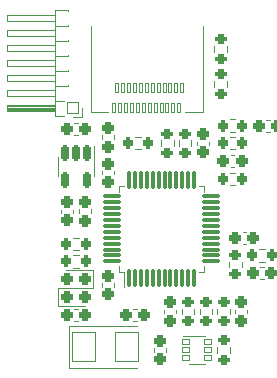
<source format=gbr>
%TF.GenerationSoftware,KiCad,Pcbnew,(6.0.7)*%
%TF.CreationDate,2022-10-06T16:56:11+02:00*%
%TF.ProjectId,k1-aioc,6b312d61-696f-4632-9e6b-696361645f70,rev?*%
%TF.SameCoordinates,Original*%
%TF.FileFunction,Legend,Top*%
%TF.FilePolarity,Positive*%
%FSLAX46Y46*%
G04 Gerber Fmt 4.6, Leading zero omitted, Abs format (unit mm)*
G04 Created by KiCad (PCBNEW (6.0.7)) date 2022-10-06 16:56:11*
%MOMM*%
%LPD*%
G01*
G04 APERTURE LIST*
G04 Aperture macros list*
%AMRoundRect*
0 Rectangle with rounded corners*
0 $1 Rounding radius*
0 $2 $3 $4 $5 $6 $7 $8 $9 X,Y pos of 4 corners*
0 Add a 4 corners polygon primitive as box body*
4,1,4,$2,$3,$4,$5,$6,$7,$8,$9,$2,$3,0*
0 Add four circle primitives for the rounded corners*
1,1,$1+$1,$2,$3*
1,1,$1+$1,$4,$5*
1,1,$1+$1,$6,$7*
1,1,$1+$1,$8,$9*
0 Add four rect primitives between the rounded corners*
20,1,$1+$1,$2,$3,$4,$5,0*
20,1,$1+$1,$4,$5,$6,$7,0*
20,1,$1+$1,$6,$7,$8,$9,0*
20,1,$1+$1,$8,$9,$2,$3,0*%
G04 Aperture macros list end*
%ADD10C,0.120000*%
%ADD11C,0.150000*%
%ADD12RoundRect,0.250000X-0.275000X0.200000X-0.275000X-0.200000X0.275000X-0.200000X0.275000X0.200000X0*%
%ADD13RoundRect,0.268750X0.218750X0.256250X-0.218750X0.256250X-0.218750X-0.256250X0.218750X-0.256250X0*%
%ADD14RoundRect,0.275000X0.225000X0.250000X-0.225000X0.250000X-0.225000X-0.250000X0.225000X-0.250000X0*%
%ADD15RoundRect,0.250000X-0.200000X-0.275000X0.200000X-0.275000X0.200000X0.275000X-0.200000X0.275000X0*%
%ADD16C,0.750000*%
%ADD17O,1.050000X0.750000*%
%ADD18RoundRect,0.050000X0.150000X0.350000X-0.150000X0.350000X-0.150000X-0.350000X0.150000X-0.350000X0*%
%ADD19O,0.900000X1.500000*%
%ADD20RoundRect,0.268750X-0.218750X-0.256250X0.218750X-0.256250X0.218750X0.256250X-0.218750X0.256250X0*%
%ADD21RoundRect,0.275000X-0.250000X0.225000X-0.250000X-0.225000X0.250000X-0.225000X0.250000X0.225000X0*%
%ADD22RoundRect,0.275000X-0.225000X-0.250000X0.225000X-0.250000X0.225000X0.250000X-0.225000X0.250000X0*%
%ADD23RoundRect,0.268750X0.256250X-0.218750X0.256250X0.218750X-0.256250X0.218750X-0.256250X-0.218750X0*%
%ADD24RoundRect,0.125000X0.075000X-0.662500X0.075000X0.662500X-0.075000X0.662500X-0.075000X-0.662500X0*%
%ADD25RoundRect,0.125000X0.662500X-0.075000X0.662500X0.075000X-0.662500X0.075000X-0.662500X-0.075000X0*%
%ADD26RoundRect,0.250000X0.200000X0.275000X-0.200000X0.275000X-0.200000X-0.275000X0.200000X-0.275000X0*%
%ADD27RoundRect,0.275000X0.250000X-0.225000X0.250000X0.225000X-0.250000X0.225000X-0.250000X-0.225000X0*%
%ADD28RoundRect,0.050000X-0.325000X-0.200000X0.325000X-0.200000X0.325000X0.200000X-0.325000X0.200000X0*%
%ADD29RoundRect,0.050000X0.500000X0.500000X-0.500000X0.500000X-0.500000X-0.500000X0.500000X-0.500000X0*%
%ADD30O,1.100000X1.100000*%
%ADD31RoundRect,0.200000X-0.150000X0.512500X-0.150000X-0.512500X0.150000X-0.512500X0.150000X0.512500X0*%
%ADD32RoundRect,0.268750X-0.256250X0.218750X-0.256250X-0.218750X0.256250X-0.218750X0.256250X0.218750X0*%
%ADD33RoundRect,0.050000X-1.000000X-1.200000X1.000000X-1.200000X1.000000X1.200000X-1.000000X1.200000X0*%
%ADD34RoundRect,0.250000X0.275000X-0.200000X0.275000X0.200000X-0.275000X0.200000X-0.275000X-0.200000X0*%
G04 APERTURE END LIST*
D10*
%TO.C,R2*%
X119522500Y-102012742D02*
X119522500Y-102487258D01*
X118477500Y-102012742D02*
X118477500Y-102487258D01*
%TO.C,D2*%
X106985000Y-104235000D02*
X106985000Y-102765000D01*
X104700000Y-104235000D02*
X106985000Y-104235000D01*
X106985000Y-102765000D02*
X104700000Y-102765000D01*
%TO.C,C11*%
X118890580Y-94010000D02*
X118609420Y-94010000D01*
X118890580Y-92990000D02*
X118609420Y-92990000D01*
%TO.C,R15*%
X105262742Y-102522500D02*
X105737258Y-102522500D01*
X105262742Y-101477500D02*
X105737258Y-101477500D01*
%TO.C,J1*%
X116250000Y-89370000D02*
X114750000Y-89370000D01*
X116250000Y-89370000D02*
X116250000Y-82110000D01*
X108250000Y-89370000D02*
X106750000Y-89370000D01*
X106750000Y-89370000D02*
X106750000Y-82110000D01*
%TO.C,C1*%
X105640580Y-105990000D02*
X105359420Y-105990000D01*
X105640580Y-107010000D02*
X105359420Y-107010000D01*
%TO.C,D1*%
X106300000Y-104265000D02*
X104015000Y-104265000D01*
X104015000Y-104265000D02*
X104015000Y-105735000D01*
X104015000Y-105735000D02*
X106300000Y-105735000D01*
%TO.C,C9*%
X112990000Y-106109420D02*
X112990000Y-106390580D01*
X114010000Y-106109420D02*
X114010000Y-106390580D01*
%TO.C,C12*%
X121109420Y-103510000D02*
X121390580Y-103510000D01*
X121109420Y-102490000D02*
X121390580Y-102490000D01*
%TO.C,R13*%
X117477500Y-109262742D02*
X117477500Y-109737258D01*
X118522500Y-109262742D02*
X118522500Y-109737258D01*
%TO.C,FB2*%
X108760000Y-91662779D02*
X108760000Y-91337221D01*
X107740000Y-91662779D02*
X107740000Y-91337221D01*
%TO.C,R8*%
X115272500Y-91762742D02*
X115272500Y-92237258D01*
X114227500Y-91762742D02*
X114227500Y-92237258D01*
%TO.C,R11*%
X117022500Y-106012742D02*
X117022500Y-106487258D01*
X115977500Y-106012742D02*
X115977500Y-106487258D01*
%TO.C,R9*%
X112727500Y-91762742D02*
X112727500Y-92237258D01*
X113772500Y-91762742D02*
X113772500Y-92237258D01*
%TO.C,U2*%
X116360000Y-102410000D02*
X116360000Y-102860000D01*
X109140000Y-102860000D02*
X109590000Y-102860000D01*
X116360000Y-102860000D02*
X115910000Y-102860000D01*
X109140000Y-102410000D02*
X109140000Y-102860000D01*
X116360000Y-96090000D02*
X116360000Y-95640000D01*
X109590000Y-102860000D02*
X109590000Y-104150000D01*
X109140000Y-95640000D02*
X109590000Y-95640000D01*
X116360000Y-95640000D02*
X115910000Y-95640000D01*
X109140000Y-96090000D02*
X109140000Y-95640000D01*
%TO.C,C6*%
X105640580Y-91260000D02*
X105359420Y-91260000D01*
X105640580Y-90240000D02*
X105359420Y-90240000D01*
%TO.C,R4*%
X121487258Y-100977500D02*
X121012742Y-100977500D01*
X121487258Y-102022500D02*
X121012742Y-102022500D01*
%TO.C,C3*%
X105260000Y-97609420D02*
X105260000Y-97890580D01*
X104240000Y-97609420D02*
X104240000Y-97890580D01*
%TO.C,C2*%
X110359420Y-105990000D02*
X110640580Y-105990000D01*
X110359420Y-107010000D02*
X110640580Y-107010000D01*
%TO.C,R10*%
X115522500Y-106012742D02*
X115522500Y-106487258D01*
X114477500Y-106012742D02*
X114477500Y-106487258D01*
%TO.C,C4*%
X108760000Y-94640580D02*
X108760000Y-94359420D01*
X107740000Y-94640580D02*
X107740000Y-94359420D01*
%TO.C,R1*%
X110512742Y-92522500D02*
X110987258Y-92522500D01*
X110512742Y-91477500D02*
X110987258Y-91477500D01*
%TO.C,Q1*%
X116450000Y-108340000D02*
X114550000Y-108340000D01*
X115050000Y-110660000D02*
X116450000Y-110660000D01*
%TO.C,C14*%
X121609420Y-89990000D02*
X121890580Y-89990000D01*
X121609420Y-91010000D02*
X121890580Y-91010000D01*
%TO.C,R5*%
X118512742Y-91022500D02*
X118987258Y-91022500D01*
X118512742Y-89977500D02*
X118987258Y-89977500D01*
%TO.C,C15*%
X113110000Y-109359420D02*
X113110000Y-109640580D01*
X112090000Y-109359420D02*
X112090000Y-109640580D01*
%TO.C,C7*%
X119609420Y-99490000D02*
X119890580Y-99490000D01*
X119609420Y-100510000D02*
X119890580Y-100510000D01*
%TO.C,J2*%
X103690000Y-89715000D02*
X103690000Y-80705000D01*
X99690000Y-82930000D02*
X99690000Y-82410000D01*
X106010000Y-89020000D02*
X106010000Y-89780000D01*
X103690000Y-86740000D02*
X99690000Y-86740000D01*
X103690000Y-89280000D02*
X99690000Y-89280000D01*
X103690000Y-85470000D02*
X99690000Y-85470000D01*
X104810000Y-83305000D02*
X103690000Y-83305000D01*
X99690000Y-85470000D02*
X99690000Y-84950000D01*
X103690000Y-81660000D02*
X99690000Y-81660000D01*
X104810000Y-85860323D02*
X104810000Y-85829677D01*
X104810000Y-84590323D02*
X104810000Y-84559677D01*
X99690000Y-84950000D02*
X103690000Y-84950000D01*
X99690000Y-86220000D02*
X103690000Y-86220000D01*
X104490000Y-89715000D02*
X103690000Y-89715000D01*
X104810000Y-84575000D02*
X103690000Y-84575000D01*
X104810000Y-82035000D02*
X103690000Y-82035000D01*
X99690000Y-86740000D02*
X99690000Y-86220000D01*
X103690000Y-82930000D02*
X99690000Y-82930000D01*
X99690000Y-88010000D02*
X99690000Y-87490000D01*
X103690000Y-80705000D02*
X104810000Y-80705000D01*
X104810000Y-80705000D02*
X104810000Y-80780323D01*
X99690000Y-84200000D02*
X99690000Y-83680000D01*
X104810000Y-87130323D02*
X104810000Y-87099677D01*
X104810000Y-87115000D02*
X103690000Y-87115000D01*
X104810000Y-85845000D02*
X103690000Y-85845000D01*
X103690000Y-84200000D02*
X99690000Y-84200000D01*
X99690000Y-81660000D02*
X99690000Y-81140000D01*
X99690000Y-82410000D02*
X103690000Y-82410000D01*
X103690000Y-89100000D02*
X99690000Y-89100000D01*
X104810000Y-83320323D02*
X104810000Y-83289677D01*
X104490000Y-88385000D02*
X103690000Y-88385000D01*
X99690000Y-81140000D02*
X103690000Y-81140000D01*
X106010000Y-89780000D02*
X105250000Y-89780000D01*
X99690000Y-83680000D02*
X103690000Y-83680000D01*
X99690000Y-87490000D02*
X103690000Y-87490000D01*
X103690000Y-88010000D02*
X99690000Y-88010000D01*
X99690000Y-89280000D02*
X99690000Y-88760000D01*
X99690000Y-88760000D02*
X103690000Y-88760000D01*
X104810000Y-82050323D02*
X104810000Y-82019677D01*
X103690000Y-89220000D02*
X99690000Y-89220000D01*
X103690000Y-88860000D02*
X99690000Y-88860000D01*
X103690000Y-88980000D02*
X99690000Y-88980000D01*
%TO.C,C8*%
X108760000Y-103859420D02*
X108760000Y-104140580D01*
X107740000Y-103859420D02*
X107740000Y-104140580D01*
%TO.C,U1*%
X103940000Y-94000000D02*
X103940000Y-94800000D01*
X103940000Y-94000000D02*
X103940000Y-93200000D01*
X107060000Y-94000000D02*
X107060000Y-94800000D01*
X107060000Y-94000000D02*
X107060000Y-92200000D01*
%TO.C,R16*%
X118512742Y-92522500D02*
X118987258Y-92522500D01*
X118512742Y-91477500D02*
X118987258Y-91477500D01*
%TO.C,R3*%
X118512742Y-94477500D02*
X118987258Y-94477500D01*
X118512742Y-95522500D02*
X118987258Y-95522500D01*
%TO.C,C10*%
X115740000Y-92140580D02*
X115740000Y-91859420D01*
X116760000Y-92140580D02*
X116760000Y-91859420D01*
%TO.C,R14*%
X105262742Y-99977500D02*
X105737258Y-99977500D01*
X105262742Y-101022500D02*
X105737258Y-101022500D01*
%TO.C,R6*%
X118272500Y-83762742D02*
X118272500Y-84237258D01*
X117227500Y-83762742D02*
X117227500Y-84237258D01*
%TO.C,FB1*%
X106760000Y-97587221D02*
X106760000Y-97912779D01*
X105740000Y-97587221D02*
X105740000Y-97912779D01*
%TO.C,C13*%
X118990000Y-106109420D02*
X118990000Y-106390580D01*
X120010000Y-106109420D02*
X120010000Y-106390580D01*
%TO.C,Y1*%
X104950000Y-111050000D02*
X110700000Y-111050000D01*
X110700000Y-107450000D02*
X104950000Y-107450000D01*
X104950000Y-107450000D02*
X104950000Y-111050000D01*
%TO.C,R12*%
X117477500Y-106012742D02*
X117477500Y-106487258D01*
X118522500Y-106012742D02*
X118522500Y-106487258D01*
%TO.C,R7*%
X117227500Y-87237258D02*
X117227500Y-86762742D01*
X118272500Y-87237258D02*
X118272500Y-86762742D01*
%TD*%
%LPC*%
D11*
X119500000Y-109000000D02*
X124500000Y-109000000D01*
X124500000Y-109000000D02*
X124500000Y-111000000D01*
X124500000Y-111000000D02*
X119500000Y-111000000D01*
X119500000Y-111000000D02*
X119500000Y-109000000D01*
G36*
X119500000Y-109000000D02*
G01*
X124500000Y-109000000D01*
X124500000Y-111000000D01*
X119500000Y-111000000D01*
X119500000Y-109000000D01*
G37*
X120500000Y-92000000D02*
X124500000Y-92000000D01*
X124500000Y-92000000D02*
X124500000Y-96000000D01*
X124500000Y-96000000D02*
X120500000Y-96000000D01*
X120500000Y-96000000D02*
X120500000Y-92000000D01*
G36*
X120500000Y-92000000D02*
G01*
X124500000Y-92000000D01*
X124500000Y-96000000D01*
X120500000Y-96000000D01*
X120500000Y-92000000D01*
G37*
X119500000Y-97000000D02*
X124500000Y-97000000D01*
X124500000Y-97000000D02*
X124500000Y-99000000D01*
X124500000Y-99000000D02*
X119500000Y-99000000D01*
X119500000Y-99000000D02*
X119500000Y-97000000D01*
G36*
X119500000Y-97000000D02*
G01*
X124500000Y-97000000D01*
X124500000Y-99000000D01*
X119500000Y-99000000D01*
X119500000Y-97000000D01*
G37*
X120500000Y-104000000D02*
X124500000Y-104000000D01*
X124500000Y-104000000D02*
X124500000Y-108000000D01*
X124500000Y-108000000D02*
X120500000Y-108000000D01*
X120500000Y-108000000D02*
X120500000Y-104000000D01*
G36*
X120500000Y-104000000D02*
G01*
X124500000Y-104000000D01*
X124500000Y-108000000D01*
X120500000Y-108000000D01*
X120500000Y-104000000D01*
G37*
D12*
%TO.C,R2*%
X119000000Y-101425000D03*
X119000000Y-103075000D03*
%TD*%
D13*
%TO.C,D2*%
X106287500Y-103500000D03*
X104712500Y-103500000D03*
%TD*%
D14*
%TO.C,C11*%
X119525000Y-93500000D03*
X117975000Y-93500000D03*
%TD*%
D15*
%TO.C,R15*%
X104675000Y-102000000D03*
X106325000Y-102000000D03*
%TD*%
D16*
%TO.C,J1*%
X115100000Y-88360000D03*
D17*
X107900000Y-88360000D03*
D18*
X114250000Y-89020000D03*
X113750000Y-89020000D03*
X113250000Y-89020000D03*
X112750000Y-89020000D03*
X112250000Y-89020000D03*
X111750000Y-89020000D03*
X111250000Y-89020000D03*
X110750000Y-89020000D03*
X110250000Y-89020000D03*
X109750000Y-89020000D03*
X109250000Y-89020000D03*
X108750000Y-89020000D03*
X109000000Y-87320000D03*
X109500000Y-87320000D03*
X110000000Y-87320000D03*
X110500000Y-87320000D03*
X111000000Y-87320000D03*
X111500000Y-87320000D03*
X112000000Y-87320000D03*
X112500000Y-87320000D03*
X113000000Y-87320000D03*
X113500000Y-87320000D03*
X114000000Y-87320000D03*
X114500000Y-87320000D03*
D19*
X107370000Y-87110000D03*
X107010000Y-81160000D03*
X115630000Y-87110000D03*
X115990000Y-81160000D03*
%TD*%
D14*
%TO.C,C1*%
X106275000Y-106500000D03*
X104725000Y-106500000D03*
%TD*%
D20*
%TO.C,D1*%
X104712500Y-105000000D03*
X106287500Y-105000000D03*
%TD*%
D21*
%TO.C,C9*%
X113500000Y-105475000D03*
X113500000Y-107025000D03*
%TD*%
D22*
%TO.C,C12*%
X120475000Y-103000000D03*
X122025000Y-103000000D03*
%TD*%
D12*
%TO.C,R13*%
X118000000Y-108675000D03*
X118000000Y-110325000D03*
%TD*%
D23*
%TO.C,FB2*%
X108250000Y-92287500D03*
X108250000Y-90712500D03*
%TD*%
D12*
%TO.C,R8*%
X114750000Y-91175000D03*
X114750000Y-92825000D03*
%TD*%
%TO.C,R11*%
X116500000Y-105425000D03*
X116500000Y-107075000D03*
%TD*%
%TO.C,R9*%
X113250000Y-91175000D03*
X113250000Y-92825000D03*
%TD*%
D24*
%TO.C,U2*%
X110000000Y-103412500D03*
X110500000Y-103412500D03*
X111000000Y-103412500D03*
X111500000Y-103412500D03*
X112000000Y-103412500D03*
X112500000Y-103412500D03*
X113000000Y-103412500D03*
X113500000Y-103412500D03*
X114000000Y-103412500D03*
X114500000Y-103412500D03*
X115000000Y-103412500D03*
X115500000Y-103412500D03*
D25*
X116912500Y-102000000D03*
X116912500Y-101500000D03*
X116912500Y-101000000D03*
X116912500Y-100500000D03*
X116912500Y-100000000D03*
X116912500Y-99500000D03*
X116912500Y-99000000D03*
X116912500Y-98500000D03*
X116912500Y-98000000D03*
X116912500Y-97500000D03*
X116912500Y-97000000D03*
X116912500Y-96500000D03*
D24*
X115500000Y-95087500D03*
X115000000Y-95087500D03*
X114500000Y-95087500D03*
X114000000Y-95087500D03*
X113500000Y-95087500D03*
X113000000Y-95087500D03*
X112500000Y-95087500D03*
X112000000Y-95087500D03*
X111500000Y-95087500D03*
X111000000Y-95087500D03*
X110500000Y-95087500D03*
X110000000Y-95087500D03*
D25*
X108587500Y-96500000D03*
X108587500Y-97000000D03*
X108587500Y-97500000D03*
X108587500Y-98000000D03*
X108587500Y-98500000D03*
X108587500Y-99000000D03*
X108587500Y-99500000D03*
X108587500Y-100000000D03*
X108587500Y-100500000D03*
X108587500Y-101000000D03*
X108587500Y-101500000D03*
X108587500Y-102000000D03*
%TD*%
D14*
%TO.C,C6*%
X106275000Y-90750000D03*
X104725000Y-90750000D03*
%TD*%
D26*
%TO.C,R4*%
X122075000Y-101500000D03*
X120425000Y-101500000D03*
%TD*%
D21*
%TO.C,C3*%
X104750000Y-96975000D03*
X104750000Y-98525000D03*
%TD*%
D22*
%TO.C,C2*%
X109725000Y-106500000D03*
X111275000Y-106500000D03*
%TD*%
D12*
%TO.C,R10*%
X115000000Y-105425000D03*
X115000000Y-107075000D03*
%TD*%
D27*
%TO.C,C4*%
X108250000Y-95275000D03*
X108250000Y-93725000D03*
%TD*%
D15*
%TO.C,R1*%
X109925000Y-92000000D03*
X111575000Y-92000000D03*
%TD*%
D28*
%TO.C,Q1*%
X114800000Y-108850000D03*
X114800000Y-109500000D03*
X114800000Y-110150000D03*
X116700000Y-110150000D03*
X116700000Y-109500000D03*
X116700000Y-108850000D03*
%TD*%
D22*
%TO.C,C14*%
X120975000Y-90500000D03*
X122525000Y-90500000D03*
%TD*%
D15*
%TO.C,R5*%
X117925000Y-90500000D03*
X119575000Y-90500000D03*
%TD*%
D21*
%TO.C,C15*%
X112600000Y-108725000D03*
X112600000Y-110275000D03*
%TD*%
D22*
%TO.C,C7*%
X118975000Y-100000000D03*
X120525000Y-100000000D03*
%TD*%
D29*
%TO.C,J2*%
X105250000Y-89020000D03*
D30*
X105250000Y-87750000D03*
X105250000Y-86480000D03*
X105250000Y-85210000D03*
X105250000Y-83940000D03*
X105250000Y-82670000D03*
X105250000Y-81400000D03*
%TD*%
D21*
%TO.C,C8*%
X108250000Y-103225000D03*
X108250000Y-104775000D03*
%TD*%
D31*
%TO.C,U1*%
X106450000Y-92862500D03*
X105500000Y-92862500D03*
X104550000Y-92862500D03*
X104550000Y-95137500D03*
X106450000Y-95137500D03*
%TD*%
D15*
%TO.C,R16*%
X117925000Y-92000000D03*
X119575000Y-92000000D03*
%TD*%
%TO.C,R3*%
X117925000Y-95000000D03*
X119575000Y-95000000D03*
%TD*%
D27*
%TO.C,C10*%
X116250000Y-92775000D03*
X116250000Y-91225000D03*
%TD*%
D15*
%TO.C,R14*%
X104675000Y-100500000D03*
X106325000Y-100500000D03*
%TD*%
D12*
%TO.C,R6*%
X117750000Y-83175000D03*
X117750000Y-84825000D03*
%TD*%
D32*
%TO.C,FB1*%
X106250000Y-96962500D03*
X106250000Y-98537500D03*
%TD*%
D21*
%TO.C,C13*%
X119500000Y-105475000D03*
X119500000Y-107025000D03*
%TD*%
D33*
%TO.C,Y1*%
X106150000Y-109250000D03*
X109850000Y-109250000D03*
%TD*%
D12*
%TO.C,R12*%
X118000000Y-105425000D03*
X118000000Y-107075000D03*
%TD*%
D34*
%TO.C,R7*%
X117750000Y-87825000D03*
X117750000Y-86175000D03*
%TD*%
M02*

</source>
